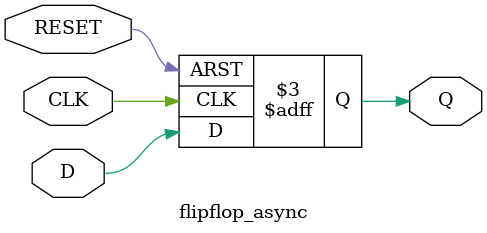
<source format=v>
/*
Joel Brigida
CDA 4240C: Digital Design Lab
This is an example of a D Flip Flops with async reset
Uses Non-Blocking Assignment
*/

module flipflop_async (D, CLK, RESET, Q);
    input D, CLK, RESET;
    output reg Q;

    always @(negedge RESET, posedge CLK) begin
        if (!RESET)
            Q <= 0;
        else
            Q <= D;
    end

endmodule
</source>
